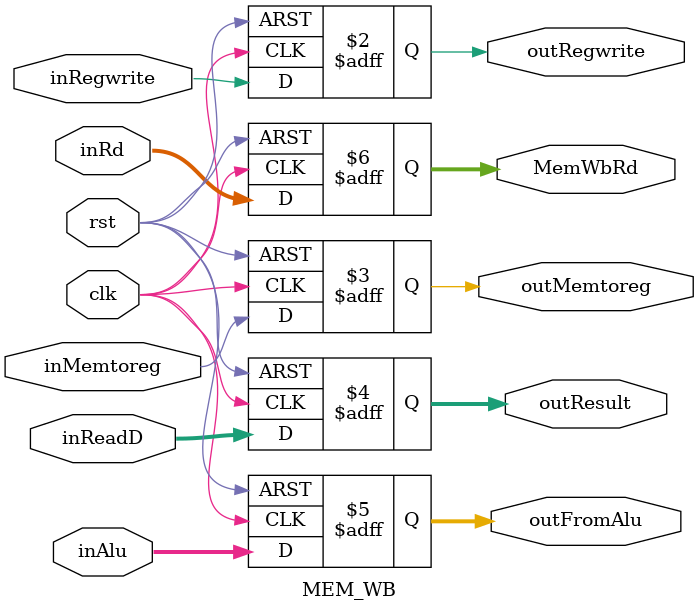
<source format=v>
`timescale 1ns/1ns

module MEM_WB (input clk,rst,inRegwrite,inMemtoreg,
            input [31:0] inReadD,inAlu,
            input [4:0] inRd,
            output reg outRegwrite,outMemtoreg,
            output reg [31:0] outResult,outFromAlu,
            output reg [4:0] MemWbRd);
    always@(posedge clk, posedge rst) begin
        if(rst) begin
            {outRegwrite,outMemtoreg} <= 2'b0;
            outResult <= 32'b0; MemWbRd <= 5'b0; outFromAlu <= 32'b0;
        end
        else begin
            outRegwrite <= inRegwrite;
            outMemtoreg <= inMemtoreg;
            outResult <= inReadD; 
            MemWbRd <= inRd; 
            outFromAlu <= inAlu;
        end
    end
endmodule
    

</source>
